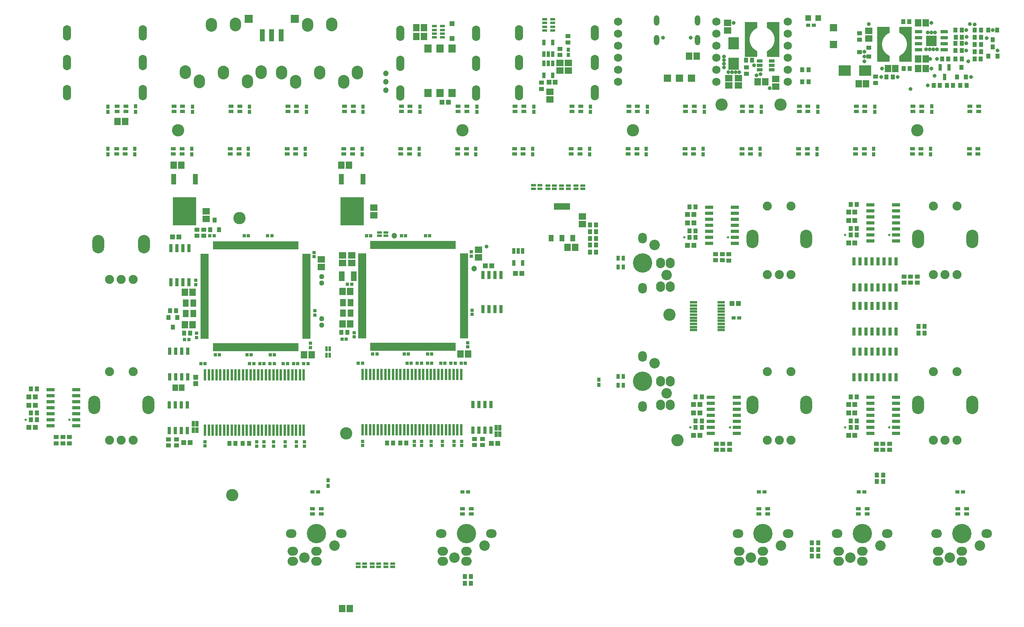
<source format=gts>
G04*
G04 #@! TF.GenerationSoftware,Altium Limited,Altium Designer,24.2.2 (26)*
G04*
G04 Layer_Color=8388736*
%FSLAX25Y25*%
%MOIN*%
G70*
G04*
G04 #@! TF.SameCoordinates,5957EE86-81F1-4C7A-B0E9-50F0B43EC399*
G04*
G04*
G04 #@! TF.FilePolarity,Negative*
G04*
G01*
G75*
%ADD63C,0.00794*%
%ADD64R,0.06109X0.07093*%
%ADD65R,0.03943X0.02172*%
%ADD66R,0.03943X0.04337*%
%ADD67R,0.02762X0.05124*%
%ADD68R,0.04140X0.03747*%
%ADD69R,0.02762X0.03353*%
%ADD70R,0.05912X0.05518*%
%ADD71R,0.03353X0.02762*%
%ADD72R,0.03156X0.03943*%
%ADD73R,0.03943X0.03156*%
%ADD74R,0.05124X0.05124*%
%ADD75R,0.03747X0.04140*%
%ADD76R,0.10046X0.08865*%
%ADD77R,0.03943X0.03550*%
%ADD78R,0.05518X0.05912*%
%ADD79R,0.02600X0.05600*%
%ADD80R,0.03550X0.03943*%
%ADD81R,0.02368X0.27959*%
%ADD82R,0.06404X0.03156*%
%ADD83R,0.08628X0.08628*%
%ADD84R,0.05124X0.02762*%
%ADD85R,0.08865X0.10046*%
%ADD86R,0.02368X0.04337*%
%ADD87R,0.04337X0.02368*%
%ADD88R,0.04337X0.08668*%
%ADD89R,0.19691X0.23432*%
%ADD90R,0.04140X0.05518*%
%ADD91R,0.13195X0.05518*%
%ADD92R,0.07093X0.07093*%
%ADD93R,0.04337X0.10439*%
%ADD94R,0.04140X0.03943*%
%ADD95R,0.04337X0.03943*%
%ADD96R,0.01981X0.06607*%
%ADD97R,0.06607X0.01981*%
%ADD98R,0.02959X0.06896*%
%ADD99R,0.02762X0.02920*%
%ADD100R,0.02920X0.02762*%
%ADD101R,0.05124X0.05912*%
%ADD102R,0.02400X0.09400*%
%ADD103R,0.02959X0.06404*%
%ADD104R,0.02769X0.04737*%
%ADD105R,0.04731X0.07880*%
%ADD106R,0.06502X0.02959*%
%ADD107R,0.06207X0.02172*%
%ADD108R,0.02959X0.06502*%
%ADD109R,0.04737X0.02769*%
%ADD110C,0.04737*%
%ADD111O,0.07487X0.08668*%
%ADD112C,0.08668*%
%ADD113O,0.07093X0.09061*%
%ADD114C,0.16070*%
%ADD115O,0.09061X0.07093*%
%ADD116O,0.08668X0.07487*%
%ADD117O,0.06699X0.12998*%
%ADD118C,0.10243*%
%ADD119C,0.06900*%
%ADD120R,0.06306X0.06306*%
%ADD121O,0.04534X0.08668*%
%ADD122C,0.03156*%
%ADD123C,0.00400*%
%ADD124C,0.04332*%
%ADD125O,0.09849X0.15361*%
%ADD126C,0.07487*%
%ADD127O,0.09400X0.11400*%
%ADD128C,0.03162*%
%ADD129C,0.01975*%
G36*
X1949288Y1316370D02*
X1949326Y1316358D01*
X1949360Y1316340D01*
X1949391Y1316315D01*
X1949416Y1316284D01*
X1949434Y1316250D01*
X1949446Y1316212D01*
X1949450Y1316173D01*
Y1311842D01*
X1949449Y1311835D01*
X1949449Y1311828D01*
X1949447Y1311815D01*
X1949446Y1311803D01*
X1949444Y1311796D01*
X1949442Y1311789D01*
X1949438Y1311777D01*
X1949434Y1311765D01*
X1949431Y1311759D01*
X1949429Y1311752D01*
X1949422Y1311741D01*
X1949416Y1311730D01*
X1949411Y1311725D01*
X1949407Y1311719D01*
X1949399Y1311710D01*
X1949391Y1311700D01*
X1949385Y1311695D01*
X1949380Y1311690D01*
X1949370Y1311683D01*
X1949360Y1311675D01*
X1949354Y1311672D01*
X1949348Y1311667D01*
X1949337Y1311662D01*
X1949326Y1311656D01*
X1949319Y1311654D01*
X1949312Y1311651D01*
X1948176Y1311273D01*
X1947029Y1310125D01*
X1947019Y1310117D01*
X1947010Y1310108D01*
X1947004Y1310105D01*
X1946998Y1310100D01*
X1946987Y1310094D01*
X1946976Y1310087D01*
X1946237Y1309718D01*
X1945479Y1308581D01*
X1945479Y1308581D01*
X1944698Y1307410D01*
X1943923Y1305859D01*
X1943536Y1304699D01*
X1943150Y1303156D01*
Y1301999D01*
D01*
Y1300843D01*
X1943536Y1299300D01*
X1943923Y1298139D01*
X1944698Y1296589D01*
X1945479Y1295418D01*
X1945479Y1295418D01*
X1946237Y1294281D01*
X1946976Y1293911D01*
X1946987Y1293905D01*
X1946998Y1293899D01*
X1947004Y1293894D01*
X1947010Y1293890D01*
X1947019Y1293882D01*
X1947029Y1293874D01*
X1948176Y1292726D01*
X1949312Y1292348D01*
X1949319Y1292345D01*
X1949326Y1292343D01*
X1949337Y1292337D01*
X1949348Y1292332D01*
X1949354Y1292327D01*
X1949360Y1292324D01*
X1949370Y1292316D01*
X1949380Y1292309D01*
X1949385Y1292304D01*
X1949391Y1292299D01*
X1949399Y1292289D01*
X1949407Y1292280D01*
X1949411Y1292274D01*
X1949416Y1292269D01*
X1949422Y1292257D01*
X1949429Y1292247D01*
X1949431Y1292240D01*
X1949434Y1292234D01*
X1949438Y1292222D01*
X1949442Y1292210D01*
X1949444Y1292203D01*
X1949446Y1292196D01*
X1949447Y1292183D01*
X1949449Y1292171D01*
X1949449Y1292164D01*
X1949450Y1292157D01*
Y1287826D01*
X1949446Y1287787D01*
X1949434Y1287749D01*
X1949416Y1287715D01*
X1949391Y1287684D01*
X1949360Y1287659D01*
X1949326Y1287640D01*
X1949288Y1287629D01*
X1949249Y1287625D01*
X1939406D01*
X1939367Y1287629D01*
X1939329Y1287640D01*
X1939294Y1287659D01*
X1939264Y1287684D01*
X1939239Y1287715D01*
X1939220Y1287749D01*
X1939209Y1287787D01*
X1939205Y1287826D01*
Y1301999D01*
D01*
Y1316173D01*
X1939209Y1316212D01*
X1939220Y1316250D01*
X1939239Y1316284D01*
X1939264Y1316315D01*
X1939294Y1316340D01*
X1939329Y1316358D01*
X1939367Y1316370D01*
X1939406Y1316374D01*
X1949249D01*
X1949288Y1316370D01*
D02*
G37*
G36*
X1967792D02*
X1967830Y1316358D01*
X1967864Y1316340D01*
X1967895Y1316315D01*
X1967920Y1316284D01*
X1967938Y1316250D01*
X1967950Y1316212D01*
X1967954Y1316173D01*
Y1301999D01*
D01*
Y1287826D01*
X1967950Y1287787D01*
X1967938Y1287749D01*
X1967920Y1287715D01*
X1967895Y1287684D01*
X1967864Y1287659D01*
X1967830Y1287640D01*
X1967792Y1287629D01*
X1967753Y1287625D01*
X1957910D01*
X1957871Y1287629D01*
X1957833Y1287640D01*
X1957799Y1287659D01*
X1957768Y1287684D01*
X1957743Y1287715D01*
X1957724Y1287749D01*
X1957713Y1287787D01*
X1957709Y1287826D01*
Y1292157D01*
X1957710Y1292164D01*
X1957710Y1292171D01*
X1957712Y1292183D01*
X1957713Y1292196D01*
X1957715Y1292203D01*
X1957716Y1292210D01*
X1957721Y1292222D01*
X1957724Y1292234D01*
X1957728Y1292240D01*
X1957730Y1292247D01*
X1957737Y1292257D01*
X1957743Y1292269D01*
X1957747Y1292274D01*
X1957751Y1292280D01*
X1957760Y1292289D01*
X1957768Y1292299D01*
X1957774Y1292304D01*
X1957778Y1292309D01*
X1957789Y1292316D01*
X1957799Y1292324D01*
X1957805Y1292327D01*
X1957811Y1292332D01*
X1957822Y1292337D01*
X1957833Y1292343D01*
X1957840Y1292345D01*
X1957847Y1292348D01*
X1958983Y1292726D01*
X1960130Y1293874D01*
X1960140Y1293882D01*
X1960149Y1293890D01*
X1960155Y1293894D01*
X1960161Y1293899D01*
X1960172Y1293905D01*
X1960182Y1293911D01*
X1960922Y1294281D01*
X1961680Y1295418D01*
X1961680Y1295418D01*
X1962460Y1296589D01*
X1963236Y1298139D01*
X1963622Y1299300D01*
X1964008Y1300843D01*
Y1301999D01*
D01*
Y1303156D01*
X1963622Y1304699D01*
X1963236Y1305859D01*
X1962460Y1307410D01*
X1961680Y1308581D01*
X1961680Y1308581D01*
X1960922Y1309718D01*
X1960182Y1310087D01*
X1960172Y1310094D01*
X1960161Y1310100D01*
X1960155Y1310105D01*
X1960149Y1310108D01*
X1960140Y1310117D01*
X1960130Y1310125D01*
X1958983Y1311273D01*
X1957847Y1311651D01*
X1957840Y1311654D01*
X1957833Y1311656D01*
X1957822Y1311662D01*
X1957811Y1311667D01*
X1957805Y1311672D01*
X1957799Y1311675D01*
X1957789Y1311683D01*
X1957778Y1311690D01*
X1957774Y1311695D01*
X1957768Y1311700D01*
X1957760Y1311710D01*
X1957751Y1311719D01*
X1957747Y1311725D01*
X1957743Y1311730D01*
X1957737Y1311741D01*
X1957730Y1311752D01*
X1957728Y1311759D01*
X1957724Y1311765D01*
X1957721Y1311777D01*
X1957716Y1311789D01*
X1957715Y1311796D01*
X1957713Y1311803D01*
X1957712Y1311815D01*
X1957710Y1311828D01*
X1957710Y1311835D01*
X1957709Y1311842D01*
Y1316173D01*
X1957713Y1316212D01*
X1957724Y1316250D01*
X1957743Y1316284D01*
X1957768Y1316315D01*
X1957799Y1316340D01*
X1957833Y1316358D01*
X1957871Y1316370D01*
X1957910Y1316374D01*
X1967753D01*
X1967792Y1316370D01*
D02*
G37*
G36*
X2059307Y1312370D02*
X2059345Y1312359D01*
X2059379Y1312340D01*
X2059410Y1312315D01*
X2059435Y1312285D01*
X2059453Y1312250D01*
X2059465Y1312212D01*
X2059469Y1312173D01*
Y1307843D01*
X2059468Y1307835D01*
X2059468Y1307828D01*
X2059466Y1307816D01*
X2059465Y1307803D01*
X2059463Y1307796D01*
X2059462Y1307789D01*
X2059457Y1307778D01*
X2059453Y1307766D01*
X2059450Y1307759D01*
X2059447Y1307753D01*
X2059441Y1307742D01*
X2059435Y1307731D01*
X2059430Y1307725D01*
X2059426Y1307719D01*
X2059418Y1307710D01*
X2059410Y1307700D01*
X2059404Y1307696D01*
X2059399Y1307691D01*
X2059389Y1307683D01*
X2059379Y1307675D01*
X2059373Y1307672D01*
X2059367Y1307668D01*
X2059356Y1307663D01*
X2059345Y1307657D01*
X2059338Y1307655D01*
X2059331Y1307652D01*
X2058195Y1307273D01*
X2057048Y1306126D01*
X2057038Y1306118D01*
X2057029Y1306109D01*
X2057023Y1306105D01*
X2057017Y1306101D01*
X2057006Y1306095D01*
X2056995Y1306088D01*
X2056256Y1305718D01*
X2055498Y1304582D01*
X2055498Y1304581D01*
X2054717Y1303411D01*
X2053942Y1301860D01*
X2053555Y1300700D01*
X2053169Y1299156D01*
Y1298000D01*
D01*
Y1296844D01*
X2053555Y1295300D01*
X2053942Y1294140D01*
X2054717Y1292589D01*
X2055498Y1291419D01*
X2055498Y1291418D01*
X2056256Y1290282D01*
X2056995Y1289912D01*
X2057006Y1289905D01*
X2057017Y1289899D01*
X2057023Y1289895D01*
X2057029Y1289891D01*
X2057038Y1289882D01*
X2057048Y1289874D01*
X2058195Y1288727D01*
X2059331Y1288348D01*
X2059338Y1288345D01*
X2059345Y1288343D01*
X2059356Y1288337D01*
X2059367Y1288332D01*
X2059373Y1288328D01*
X2059379Y1288325D01*
X2059389Y1288317D01*
X2059399Y1288309D01*
X2059404Y1288304D01*
X2059410Y1288300D01*
X2059418Y1288290D01*
X2059426Y1288281D01*
X2059430Y1288275D01*
X2059435Y1288269D01*
X2059441Y1288258D01*
X2059447Y1288247D01*
X2059450Y1288241D01*
X2059453Y1288234D01*
X2059457Y1288222D01*
X2059462Y1288211D01*
X2059463Y1288204D01*
X2059465Y1288197D01*
X2059466Y1288184D01*
X2059468Y1288172D01*
X2059468Y1288165D01*
X2059469Y1288157D01*
Y1283827D01*
X2059465Y1283788D01*
X2059453Y1283750D01*
X2059435Y1283715D01*
X2059410Y1283685D01*
X2059379Y1283660D01*
X2059345Y1283641D01*
X2059307Y1283630D01*
X2059268Y1283626D01*
X2049425D01*
X2049386Y1283630D01*
X2049348Y1283641D01*
X2049314Y1283660D01*
X2049283Y1283685D01*
X2049258Y1283715D01*
X2049240Y1283750D01*
X2049228Y1283788D01*
X2049224Y1283827D01*
Y1298000D01*
D01*
Y1312173D01*
X2049228Y1312212D01*
X2049240Y1312250D01*
X2049258Y1312285D01*
X2049283Y1312315D01*
X2049314Y1312340D01*
X2049348Y1312359D01*
X2049386Y1312370D01*
X2049425Y1312374D01*
X2059268D01*
X2059307Y1312370D01*
D02*
G37*
G36*
X2077811D02*
X2077849Y1312359D01*
X2077883Y1312340D01*
X2077914Y1312315D01*
X2077939Y1312285D01*
X2077957Y1312250D01*
X2077969Y1312212D01*
X2077973Y1312173D01*
Y1298000D01*
D01*
Y1283827D01*
X2077969Y1283788D01*
X2077957Y1283750D01*
X2077939Y1283715D01*
X2077914Y1283685D01*
X2077883Y1283660D01*
X2077849Y1283641D01*
X2077811Y1283630D01*
X2077772Y1283626D01*
X2067929D01*
X2067890Y1283630D01*
X2067852Y1283641D01*
X2067817Y1283660D01*
X2067787Y1283685D01*
X2067762Y1283715D01*
X2067743Y1283750D01*
X2067732Y1283788D01*
X2067728Y1283827D01*
Y1288157D01*
X2067729Y1288165D01*
X2067729Y1288172D01*
X2067731Y1288184D01*
X2067732Y1288197D01*
X2067734Y1288204D01*
X2067735Y1288211D01*
X2067740Y1288222D01*
X2067743Y1288234D01*
X2067747Y1288241D01*
X2067749Y1288247D01*
X2067756Y1288258D01*
X2067762Y1288269D01*
X2067767Y1288275D01*
X2067770Y1288281D01*
X2067779Y1288290D01*
X2067787Y1288300D01*
X2067793Y1288304D01*
X2067797Y1288309D01*
X2067808Y1288317D01*
X2067817Y1288325D01*
X2067824Y1288328D01*
X2067830Y1288332D01*
X2067841Y1288337D01*
X2067852Y1288343D01*
X2067859Y1288345D01*
X2067866Y1288348D01*
X2069002Y1288727D01*
X2070149Y1289874D01*
X2070159Y1289882D01*
X2070168Y1289891D01*
X2070174Y1289895D01*
X2070180Y1289899D01*
X2070191Y1289905D01*
X2070201Y1289912D01*
X2070941Y1290282D01*
X2071699Y1291418D01*
X2071699Y1291419D01*
X2072479Y1292589D01*
X2073255Y1294140D01*
X2073642Y1295300D01*
X2074027Y1296844D01*
Y1298000D01*
D01*
Y1299156D01*
X2073642Y1300700D01*
X2073255Y1301860D01*
X2072479Y1303411D01*
X2071699Y1304581D01*
X2071699Y1304582D01*
X2070941Y1305718D01*
X2070201Y1306088D01*
X2070191Y1306095D01*
X2070180Y1306101D01*
X2070174Y1306105D01*
X2070168Y1306109D01*
X2070159Y1306118D01*
X2070149Y1306126D01*
X2069002Y1307273D01*
X2067866Y1307652D01*
X2067859Y1307655D01*
X2067852Y1307657D01*
X2067841Y1307663D01*
X2067830Y1307668D01*
X2067824Y1307672D01*
X2067817Y1307675D01*
X2067808Y1307683D01*
X2067797Y1307691D01*
X2067793Y1307696D01*
X2067787Y1307700D01*
X2067779Y1307710D01*
X2067770Y1307719D01*
X2067767Y1307725D01*
X2067762Y1307731D01*
X2067756Y1307742D01*
X2067749Y1307753D01*
X2067747Y1307759D01*
X2067743Y1307766D01*
X2067740Y1307778D01*
X2067735Y1307789D01*
X2067734Y1307796D01*
X2067732Y1307803D01*
X2067731Y1307816D01*
X2067729Y1307828D01*
X2067729Y1307835D01*
X2067728Y1307843D01*
Y1312173D01*
X2067732Y1312212D01*
X2067743Y1312250D01*
X2067762Y1312285D01*
X2067787Y1312315D01*
X2067817Y1312340D01*
X2067852Y1312359D01*
X2067890Y1312370D01*
X2067929Y1312374D01*
X2077772D01*
X2077811Y1312370D01*
D02*
G37*
D63*
X2052845Y1298000D02*
G03*
X2059268Y1288157I10753J0D01*
G01*
Y1307843D02*
G03*
X2052845Y1298000I4331J-9843D01*
G01*
X2074352D02*
G03*
X2067929Y1307843I-10753J0D01*
G01*
Y1288157D02*
G03*
X2074352Y1298000I-4331J9843D01*
G01*
X1942826Y1301999D02*
G03*
X1949249Y1292157I10753J0D01*
G01*
Y1311842D02*
G03*
X1942826Y1301999I4331J-9843D01*
G01*
X1964333D02*
G03*
X1957910Y1311842I-10753J0D01*
G01*
Y1292157D02*
G03*
X1964333Y1301999I-4331J9843D01*
G01*
X2059268Y1284024D02*
Y1288157D01*
Y1307843D02*
Y1311976D01*
X2067929Y1307843D02*
Y1311976D01*
Y1284024D02*
Y1288157D01*
X1949249Y1288023D02*
Y1292157D01*
Y1311842D02*
Y1315976D01*
X1957910Y1311842D02*
Y1315976D01*
Y1288023D02*
Y1292157D01*
D64*
X1696000Y1257496D02*
D03*
X1686000D02*
D03*
X1676000D02*
D03*
Y1294504D02*
D03*
X1686000D02*
D03*
X1696000D02*
D03*
D65*
X1779587Y1312527D02*
D03*
X1779587Y1309378D02*
D03*
Y1318827D02*
D03*
Y1315677D02*
D03*
X1772894Y1315677D02*
D03*
Y1318827D02*
D03*
Y1309378D02*
D03*
X1772894Y1312527D02*
D03*
X1681307Y1306850D02*
D03*
Y1303701D02*
D03*
Y1313150D02*
D03*
Y1310000D02*
D03*
X1688000D02*
D03*
Y1313150D02*
D03*
Y1303701D02*
D03*
Y1306850D02*
D03*
D66*
X1687588Y1249747D02*
D03*
X1692903Y1249747D02*
D03*
X1776425Y1266602D02*
D03*
X1781740D02*
D03*
X1473000Y966882D02*
D03*
X1478315D02*
D03*
X1349508Y1004882D02*
D03*
X1344193D02*
D03*
X2030736Y998382D02*
D03*
X2025421D02*
D03*
X1902008D02*
D03*
X1896693D02*
D03*
X2030736Y1158382D02*
D03*
X2025421D02*
D03*
X1896779Y1156382D02*
D03*
X1891464D02*
D03*
X1349508Y979382D02*
D03*
X1344193D02*
D03*
X2030736Y972882D02*
D03*
X2025421D02*
D03*
X1902008D02*
D03*
X1896693D02*
D03*
X2030736Y1132882D02*
D03*
X2025421D02*
D03*
X1896779Y1130882D02*
D03*
X1891464D02*
D03*
X1349508Y997882D02*
D03*
X1344193D02*
D03*
X2030736Y991382D02*
D03*
X2025421D02*
D03*
X1902008D02*
D03*
X1896693D02*
D03*
X2030736Y1151382D02*
D03*
X2025421D02*
D03*
X1896779Y1149382D02*
D03*
X1891464D02*
D03*
X1934008Y1082382D02*
D03*
X1928693D02*
D03*
X1734016Y966220D02*
D03*
X1728701D02*
D03*
X1468807Y1137882D02*
D03*
X1463492D02*
D03*
X1728807Y1113882D02*
D03*
X1723492D02*
D03*
X1753847Y1107673D02*
D03*
X1748532D02*
D03*
D67*
X1772260Y1299602D02*
D03*
X1779740D02*
D03*
Y1289760D02*
D03*
X1776000Y1289760D02*
D03*
X1772260Y1289760D02*
D03*
X1779740Y1282102D02*
D03*
X1776000D02*
D03*
X1772260D02*
D03*
Y1272260D02*
D03*
X1779740D02*
D03*
X1754579Y1116252D02*
D03*
X1747098Y1116252D02*
D03*
Y1126095D02*
D03*
X1750839D02*
D03*
X1754579Y1126095D02*
D03*
D68*
X1792240Y1299602D02*
D03*
Y1304720D02*
D03*
X1785740Y1289102D02*
D03*
Y1294221D02*
D03*
X1770260Y1260984D02*
D03*
Y1266102D02*
D03*
X2047902Y1266000D02*
D03*
Y1271118D02*
D03*
X2034433Y1307087D02*
D03*
Y1301968D02*
D03*
X1940504Y1278717D02*
D03*
Y1273598D02*
D03*
X1489500Y1138764D02*
D03*
Y1143882D02*
D03*
X1484000D02*
D03*
Y1138764D02*
D03*
X1721209Y964843D02*
D03*
Y969961D02*
D03*
X1714709Y964721D02*
D03*
Y969839D02*
D03*
X2059500Y966000D02*
D03*
Y960882D02*
D03*
X1926500Y965941D02*
D03*
Y960823D02*
D03*
X1378000Y971441D02*
D03*
Y966323D02*
D03*
X2048500Y966000D02*
D03*
Y960882D02*
D03*
X1915500Y965941D02*
D03*
X1915500Y960823D02*
D03*
X1367000Y971441D02*
D03*
Y966323D02*
D03*
X2054000Y966000D02*
D03*
Y960882D02*
D03*
X1921000Y965941D02*
D03*
Y960823D02*
D03*
X1372500Y971441D02*
D03*
Y966323D02*
D03*
X2071500Y1105000D02*
D03*
Y1099882D02*
D03*
X1926000Y1123441D02*
D03*
Y1118323D02*
D03*
X2077000Y1105000D02*
D03*
Y1099882D02*
D03*
X1915000Y1123500D02*
D03*
Y1118382D02*
D03*
X2082500Y1105000D02*
D03*
Y1099882D02*
D03*
X1920500Y1123500D02*
D03*
Y1118382D02*
D03*
X1460333Y964408D02*
D03*
Y969526D02*
D03*
X1466833Y964408D02*
D03*
Y969526D02*
D03*
D69*
X1792740Y1289102D02*
D03*
Y1293630D02*
D03*
X1593000Y931000D02*
D03*
Y935528D02*
D03*
X1818000Y1019264D02*
D03*
Y1014736D02*
D03*
X2046380Y1211025D02*
D03*
Y1206497D02*
D03*
X2093624Y1211025D02*
D03*
Y1206497D02*
D03*
X1904648Y1211025D02*
D03*
Y1206497D02*
D03*
X1951892Y1211025D02*
D03*
Y1206497D02*
D03*
X1999136Y1211025D02*
D03*
Y1206497D02*
D03*
X1857404Y1211025D02*
D03*
Y1206497D02*
D03*
X1526695Y1211025D02*
D03*
Y1206497D02*
D03*
X1479451Y1211025D02*
D03*
Y1206497D02*
D03*
X1573939Y1211025D02*
D03*
Y1206497D02*
D03*
X1621183Y1211025D02*
D03*
Y1206497D02*
D03*
X1715672Y1211025D02*
D03*
Y1206497D02*
D03*
X1668427Y1211025D02*
D03*
Y1206497D02*
D03*
X1432207Y1211025D02*
D03*
Y1206497D02*
D03*
X1810160Y1211025D02*
D03*
Y1206497D02*
D03*
X1762916Y1211025D02*
D03*
Y1206497D02*
D03*
X1409800Y1211100D02*
D03*
Y1206572D02*
D03*
X1574803Y1241795D02*
D03*
Y1246323D02*
D03*
X1527559Y1241795D02*
D03*
Y1246323D02*
D03*
X1410000Y1241736D02*
D03*
Y1246264D02*
D03*
X1433071Y1241831D02*
D03*
Y1246358D02*
D03*
X1480315Y1241795D02*
D03*
Y1246323D02*
D03*
X1858268Y1241795D02*
D03*
Y1246323D02*
D03*
X1905512Y1241795D02*
D03*
Y1246323D02*
D03*
X2094488Y1241831D02*
D03*
Y1246358D02*
D03*
X1952756Y1241795D02*
D03*
Y1246323D02*
D03*
X2000000Y1241795D02*
D03*
Y1246323D02*
D03*
X2047244Y1241795D02*
D03*
Y1246323D02*
D03*
X1622047Y1241795D02*
D03*
Y1246323D02*
D03*
X1716535Y1241795D02*
D03*
Y1246323D02*
D03*
X1763779Y1241795D02*
D03*
Y1246323D02*
D03*
X1811024Y1241795D02*
D03*
Y1246323D02*
D03*
X1669291Y1241795D02*
D03*
Y1246323D02*
D03*
D70*
X1785740Y1276303D02*
D03*
Y1282602D02*
D03*
X1792740Y1276303D02*
D03*
Y1282602D02*
D03*
X1777260Y1252303D02*
D03*
X1777260Y1258602D02*
D03*
X2042402Y1309299D02*
D03*
Y1303000D02*
D03*
X1933981Y1263700D02*
D03*
Y1269999D02*
D03*
X1925981Y1263700D02*
D03*
Y1269999D02*
D03*
X1924981Y1315799D02*
D03*
Y1309499D02*
D03*
X1965000Y1263000D02*
D03*
Y1269299D02*
D03*
X1804240Y1154870D02*
D03*
Y1148571D02*
D03*
X1491500Y1159181D02*
D03*
Y1152882D02*
D03*
X1718000Y1120732D02*
D03*
Y1127032D02*
D03*
X1605036Y1122584D02*
D03*
Y1116285D02*
D03*
X1612709Y1116220D02*
D03*
Y1122520D02*
D03*
X1631000Y1155882D02*
D03*
Y1162181D02*
D03*
X1587333Y1119176D02*
D03*
Y1112876D02*
D03*
D71*
X2120527Y926000D02*
D03*
X2116000D02*
D03*
X2038527D02*
D03*
X2034000D02*
D03*
X1955527D02*
D03*
X1951000D02*
D03*
X1709264D02*
D03*
X1704736D02*
D03*
X1584527D02*
D03*
X1580000D02*
D03*
X1992000Y1314000D02*
D03*
X1996528D02*
D03*
X1929944Y1070438D02*
D03*
X1934472D02*
D03*
D72*
X1833765Y1120077D02*
D03*
X1838096D02*
D03*
Y1112872D02*
D03*
X1833765D02*
D03*
Y1014613D02*
D03*
X1838096D02*
D03*
Y1021818D02*
D03*
X1833765D02*
D03*
D73*
X1704597Y911681D02*
D03*
Y907350D02*
D03*
X1711802D02*
D03*
Y911681D02*
D03*
X1579929D02*
D03*
Y907350D02*
D03*
X1587134D02*
D03*
Y911681D02*
D03*
X2116241D02*
D03*
Y907350D02*
D03*
X2123446D02*
D03*
Y911681D02*
D03*
X2033564D02*
D03*
Y907350D02*
D03*
X2040769D02*
D03*
Y911681D02*
D03*
X1951052D02*
D03*
Y907350D02*
D03*
X1958257D02*
D03*
Y911681D02*
D03*
X2031265Y1206729D02*
D03*
Y1211060D02*
D03*
X2038470Y1211060D02*
D03*
X2038470Y1206729D02*
D03*
X2125753Y1206729D02*
D03*
Y1211060D02*
D03*
X2132958Y1211060D02*
D03*
X2132958Y1206729D02*
D03*
X2078509Y1206729D02*
D03*
Y1211060D02*
D03*
X2085714D02*
D03*
Y1206729D02*
D03*
X1889532Y1206729D02*
D03*
Y1211060D02*
D03*
X1896737Y1211060D02*
D03*
X1896737Y1206729D02*
D03*
X1936777D02*
D03*
Y1211060D02*
D03*
X1943982D02*
D03*
X1943982Y1206729D02*
D03*
X1984021D02*
D03*
Y1211060D02*
D03*
X1991226Y1211060D02*
D03*
X1991226Y1206729D02*
D03*
X1842288Y1206729D02*
D03*
Y1211060D02*
D03*
X1849493D02*
D03*
Y1206729D02*
D03*
X1747800Y1206729D02*
D03*
Y1211060D02*
D03*
X1755005Y1211060D02*
D03*
X1755005Y1206729D02*
D03*
X1511580Y1206729D02*
D03*
Y1211060D02*
D03*
X1518785D02*
D03*
X1518785Y1206729D02*
D03*
X1558824D02*
D03*
Y1211060D02*
D03*
X1566029Y1211060D02*
D03*
X1566029Y1206729D02*
D03*
X1700556D02*
D03*
Y1211060D02*
D03*
X1707761D02*
D03*
X1707761Y1206729D02*
D03*
X1653312Y1206729D02*
D03*
Y1211060D02*
D03*
X1660517D02*
D03*
Y1206729D02*
D03*
X1606068Y1206729D02*
D03*
Y1211060D02*
D03*
X1613273D02*
D03*
X1613273Y1206729D02*
D03*
X1417092D02*
D03*
Y1211060D02*
D03*
X1424297D02*
D03*
X1424297Y1206729D02*
D03*
X1795044D02*
D03*
Y1211060D02*
D03*
X1802249Y1211060D02*
D03*
X1802249Y1206729D02*
D03*
X1464336Y1206729D02*
D03*
Y1211060D02*
D03*
X1471541D02*
D03*
Y1206729D02*
D03*
X1984540Y1242134D02*
D03*
Y1246465D02*
D03*
X1991745D02*
D03*
Y1242134D02*
D03*
X1559515Y1242098D02*
D03*
Y1246429D02*
D03*
X1566720D02*
D03*
Y1242098D02*
D03*
X1606587Y1242134D02*
D03*
Y1246465D02*
D03*
X1613792D02*
D03*
Y1242134D02*
D03*
X1512271Y1242098D02*
D03*
Y1246429D02*
D03*
X1519476D02*
D03*
Y1242098D02*
D03*
X1417611Y1242134D02*
D03*
Y1246465D02*
D03*
X1424816D02*
D03*
Y1242134D02*
D03*
X1464855D02*
D03*
Y1246465D02*
D03*
X1472060D02*
D03*
Y1242134D02*
D03*
X1937296D02*
D03*
Y1246465D02*
D03*
X1944501D02*
D03*
Y1242134D02*
D03*
X1890052D02*
D03*
Y1246465D02*
D03*
X1897257D02*
D03*
Y1242134D02*
D03*
X2126273D02*
D03*
Y1246465D02*
D03*
X2133478D02*
D03*
Y1242134D02*
D03*
X2031784D02*
D03*
Y1246465D02*
D03*
X2038989D02*
D03*
Y1242134D02*
D03*
X2079028D02*
D03*
Y1246465D02*
D03*
X2086233D02*
D03*
Y1242134D02*
D03*
X1653831D02*
D03*
Y1246465D02*
D03*
X1661036D02*
D03*
Y1242134D02*
D03*
X1748320D02*
D03*
Y1246465D02*
D03*
X1755525D02*
D03*
Y1242134D02*
D03*
X1701076D02*
D03*
Y1246465D02*
D03*
X1708281D02*
D03*
Y1242134D02*
D03*
X1795564D02*
D03*
Y1246465D02*
D03*
X1802769D02*
D03*
Y1242134D02*
D03*
X1842808D02*
D03*
Y1246465D02*
D03*
X1850013D02*
D03*
Y1242134D02*
D03*
D74*
X1991866Y1320000D02*
D03*
X2000134D02*
D03*
D75*
X1992118Y1277000D02*
D03*
X1987000D02*
D03*
X1992118Y1267000D02*
D03*
X1987000D02*
D03*
X2130402Y1310000D02*
D03*
X2135520D02*
D03*
X2062147Y1270873D02*
D03*
X2057029D02*
D03*
X2108339Y1285937D02*
D03*
X2103221D02*
D03*
X2119457Y1285937D02*
D03*
X2114339D02*
D03*
X2107220Y1263937D02*
D03*
X2112339D02*
D03*
X2118339Y1263937D02*
D03*
X2123457D02*
D03*
X2096221Y1263937D02*
D03*
X2101339D02*
D03*
X2114402Y1299000D02*
D03*
X2119520D02*
D03*
X2075961Y1317000D02*
D03*
X2070843D02*
D03*
X2071283Y1278000D02*
D03*
X2076402D02*
D03*
X2119520Y1310000D02*
D03*
X2114402D02*
D03*
X2114441Y1304000D02*
D03*
X2119559D02*
D03*
X2114402Y1293000D02*
D03*
X2119520D02*
D03*
X2135520Y1292000D02*
D03*
X2130402D02*
D03*
X2135520Y1298000D02*
D03*
X2130402D02*
D03*
X2135520Y1304000D02*
D03*
X2130402D02*
D03*
X2130283Y1286000D02*
D03*
X2135402D02*
D03*
X1945346Y1284861D02*
D03*
X1940228D02*
D03*
X1461441Y1076382D02*
D03*
X1466559D02*
D03*
X1810542Y1125198D02*
D03*
X1815660Y1125198D02*
D03*
Y1147698D02*
D03*
X1810542D02*
D03*
Y1142032D02*
D03*
X1815660D02*
D03*
X1810542Y1136532D02*
D03*
X1815660D02*
D03*
X1810542Y1131032D02*
D03*
X1815660D02*
D03*
X1603941Y1058382D02*
D03*
X1609059D02*
D03*
X1658000Y966382D02*
D03*
X1652882D02*
D03*
X1641764D02*
D03*
X1646882D02*
D03*
X2088618Y1063382D02*
D03*
X2083500D02*
D03*
X2088618Y1057882D02*
D03*
X2083500D02*
D03*
X1903500Y1004882D02*
D03*
X1898382D02*
D03*
X1903500Y984882D02*
D03*
X1898382D02*
D03*
X1903500Y979382D02*
D03*
X1898382D02*
D03*
X2054118Y934382D02*
D03*
X2049000D02*
D03*
X1995000Y872382D02*
D03*
X2000118D02*
D03*
X1995000Y877882D02*
D03*
X2000118D02*
D03*
X1995000Y883382D02*
D03*
X2000118D02*
D03*
X2054118Y939882D02*
D03*
X2049000D02*
D03*
X1711559Y849882D02*
D03*
X1706441D02*
D03*
X1711559Y855382D02*
D03*
X1706441D02*
D03*
X1345882Y991382D02*
D03*
X1351000D02*
D03*
X1345882Y985882D02*
D03*
X1351000D02*
D03*
X1345882Y1011382D02*
D03*
X1351000D02*
D03*
X2027110Y984882D02*
D03*
X2032228D02*
D03*
X2027110Y979382D02*
D03*
X2032228D02*
D03*
X2027110Y1004882D02*
D03*
X2032228D02*
D03*
X2027110Y1144882D02*
D03*
X2032228D02*
D03*
X2027110Y1139382D02*
D03*
X2032228D02*
D03*
X2027110Y1164882D02*
D03*
X2032228D02*
D03*
X1893153Y1142882D02*
D03*
X1898272D02*
D03*
X1893153Y1137382D02*
D03*
X1898272D02*
D03*
X1893153Y1162882D02*
D03*
X1898272D02*
D03*
X1527176Y966061D02*
D03*
X1522058D02*
D03*
X1473117Y1057963D02*
D03*
X1478235D02*
D03*
X1516058Y966160D02*
D03*
X1510940D02*
D03*
D76*
X2039202Y1276210D02*
D03*
X2022272D02*
D03*
D77*
X2042339Y1287760D02*
D03*
Y1295240D02*
D03*
X2034464Y1291500D02*
D03*
D78*
X2040051Y1265098D02*
D03*
X2033752D02*
D03*
X2089701Y1278000D02*
D03*
X2083402D02*
D03*
X2089701Y1286000D02*
D03*
X2083402D02*
D03*
X2089701Y1316000D02*
D03*
X2083402D02*
D03*
X2058102Y1278000D02*
D03*
X2064402D02*
D03*
X1949981Y1266999D02*
D03*
X1956280D02*
D03*
X1899110Y1288331D02*
D03*
X1892811D02*
D03*
X1424299Y1234000D02*
D03*
X1418000D02*
D03*
X1464500Y1197382D02*
D03*
X1470799D02*
D03*
X1798142Y1129071D02*
D03*
X1791842Y1129071D02*
D03*
X1610799Y828882D02*
D03*
X1604500D02*
D03*
X1666201Y1312000D02*
D03*
X1672500D02*
D03*
X1666201Y1304500D02*
D03*
X1672500D02*
D03*
X1604850Y1092382D02*
D03*
X1611150D02*
D03*
Y1065382D02*
D03*
X1604850D02*
D03*
X1702850Y1040382D02*
D03*
X1709150D02*
D03*
X1604000Y1197382D02*
D03*
X1610299D02*
D03*
X1573026Y1039963D02*
D03*
X1579326D02*
D03*
X1473816Y1091969D02*
D03*
X1480115D02*
D03*
X1480161Y1064975D02*
D03*
X1473862D02*
D03*
D79*
X2105339Y1270937D02*
D03*
X2101739Y1278937D02*
D03*
X2108939D02*
D03*
D80*
X2115598Y1271000D02*
D03*
X2123079D02*
D03*
X2119339Y1278874D02*
D03*
X2141661Y1288126D02*
D03*
X2149142D02*
D03*
X2145402Y1296000D02*
D03*
X2148929Y1309874D02*
D03*
X2141449D02*
D03*
X2145189Y1302000D02*
D03*
X1494760Y1143945D02*
D03*
X1502240D02*
D03*
X1498500Y1151819D02*
D03*
X1467740Y1070819D02*
D03*
X1460260D02*
D03*
X1464000Y1062945D02*
D03*
D81*
X2051197Y1298000D02*
D03*
X2076000D02*
D03*
X1941178Y1301999D02*
D03*
X1965981D02*
D03*
D82*
X2105079Y1293500D02*
D03*
Y1298500D02*
D03*
Y1303500D02*
D03*
Y1308500D02*
D03*
X2083724D02*
D03*
Y1303500D02*
D03*
Y1298500D02*
D03*
Y1293500D02*
D03*
D83*
X2094402Y1301000D02*
D03*
D84*
X1951638Y1284181D02*
D03*
Y1280440D02*
D03*
Y1276700D02*
D03*
X1961481D02*
D03*
Y1280440D02*
D03*
Y1284181D02*
D03*
D85*
X1929981Y1298929D02*
D03*
Y1281999D02*
D03*
D86*
X1591500Y1044894D02*
D03*
X1594256D02*
D03*
X1591500Y1039382D02*
D03*
X1594256D02*
D03*
D87*
X1775500Y1177882D02*
D03*
Y1180638D02*
D03*
X1781012Y1177882D02*
D03*
Y1180638D02*
D03*
X1763488Y1178004D02*
D03*
Y1180760D02*
D03*
X1769000Y1178004D02*
D03*
Y1180760D02*
D03*
X1787000Y1177882D02*
D03*
Y1180638D02*
D03*
X1792512Y1177882D02*
D03*
Y1180638D02*
D03*
X1799000Y1177882D02*
D03*
Y1180638D02*
D03*
X1804512Y1177882D02*
D03*
Y1180638D02*
D03*
X1635000Y866260D02*
D03*
Y863504D02*
D03*
X1629488Y866260D02*
D03*
Y863504D02*
D03*
X1646512Y866260D02*
D03*
X1646512Y863504D02*
D03*
X1641000Y866260D02*
D03*
X1641000Y863504D02*
D03*
X1617866Y866272D02*
D03*
Y863516D02*
D03*
X1623378Y866272D02*
D03*
Y863516D02*
D03*
X1641000Y1138882D02*
D03*
X1641000Y1141638D02*
D03*
X1635488Y1138882D02*
D03*
Y1141638D02*
D03*
D88*
X1482453Y1185882D02*
D03*
X1464500D02*
D03*
X1621953Y1185882D02*
D03*
X1604000Y1185882D02*
D03*
D89*
X1473476Y1159110D02*
D03*
X1612976Y1159110D02*
D03*
D90*
X1778126Y1136882D02*
D03*
X1787142Y1136882D02*
D03*
X1796157Y1136882D02*
D03*
D91*
X1787142Y1163260D02*
D03*
D92*
X1526775Y1319050D02*
D03*
X1565358D02*
D03*
D93*
X1553940Y1305369D02*
D03*
X1546066D02*
D03*
X1538192D02*
D03*
D94*
X1696000Y1315201D02*
D03*
Y1302799D02*
D03*
D95*
X1482833Y1015868D02*
D03*
Y1021183D02*
D03*
D96*
X1498227Y1130739D02*
D03*
X1500196D02*
D03*
X1502164D02*
D03*
X1504133D02*
D03*
X1506101D02*
D03*
X1508070D02*
D03*
X1510038D02*
D03*
X1512007D02*
D03*
X1513975D02*
D03*
X1515944D02*
D03*
X1517912D02*
D03*
X1519881D02*
D03*
X1521849D02*
D03*
X1523818D02*
D03*
X1525786D02*
D03*
X1527755D02*
D03*
X1529723D02*
D03*
X1531692D02*
D03*
X1533660D02*
D03*
X1535629D02*
D03*
X1537597D02*
D03*
X1539566D02*
D03*
X1541534D02*
D03*
X1543503D02*
D03*
X1545471D02*
D03*
X1547440D02*
D03*
X1549408D02*
D03*
X1551377D02*
D03*
X1553345D02*
D03*
X1555314D02*
D03*
X1557282D02*
D03*
X1559251D02*
D03*
X1561219D02*
D03*
X1563188D02*
D03*
X1565156D02*
D03*
X1567125D02*
D03*
Y1046187D02*
D03*
X1565156D02*
D03*
X1563188D02*
D03*
X1561219D02*
D03*
X1559251D02*
D03*
X1557282D02*
D03*
X1555314D02*
D03*
X1553345D02*
D03*
X1551377D02*
D03*
X1549408D02*
D03*
X1547440D02*
D03*
X1545471D02*
D03*
X1543503D02*
D03*
X1541534D02*
D03*
X1539566D02*
D03*
X1537597D02*
D03*
X1535629D02*
D03*
X1533660D02*
D03*
X1531692D02*
D03*
X1529723D02*
D03*
X1527755D02*
D03*
X1525786D02*
D03*
X1523818D02*
D03*
X1521849D02*
D03*
X1519881D02*
D03*
X1517912D02*
D03*
X1515944D02*
D03*
X1513975D02*
D03*
X1512007D02*
D03*
X1510038D02*
D03*
X1508070D02*
D03*
X1506101D02*
D03*
X1504133D02*
D03*
X1502164D02*
D03*
X1500196D02*
D03*
X1498227D02*
D03*
X1629051Y1131157D02*
D03*
X1631020D02*
D03*
X1632988D02*
D03*
X1634957D02*
D03*
X1636925D02*
D03*
X1638894D02*
D03*
X1640862D02*
D03*
X1642831D02*
D03*
X1644799D02*
D03*
X1646768D02*
D03*
X1648736D02*
D03*
X1650705D02*
D03*
X1652673D02*
D03*
X1654642D02*
D03*
X1656610D02*
D03*
X1658579D02*
D03*
X1660547D02*
D03*
X1662516D02*
D03*
X1664484D02*
D03*
X1666453D02*
D03*
X1668421D02*
D03*
X1670390D02*
D03*
X1672358D02*
D03*
X1674327D02*
D03*
X1676295D02*
D03*
X1678264D02*
D03*
X1680232D02*
D03*
X1682201D02*
D03*
X1684169D02*
D03*
X1686138D02*
D03*
X1688106D02*
D03*
X1690075D02*
D03*
X1692043D02*
D03*
X1694012D02*
D03*
X1695980D02*
D03*
X1697949D02*
D03*
Y1046606D02*
D03*
X1695980D02*
D03*
X1694012D02*
D03*
X1692043D02*
D03*
X1690075D02*
D03*
X1688106D02*
D03*
X1686138D02*
D03*
X1684169D02*
D03*
X1682201D02*
D03*
X1680232D02*
D03*
X1678264D02*
D03*
X1676295D02*
D03*
X1674327D02*
D03*
X1672358D02*
D03*
X1670390D02*
D03*
X1668421D02*
D03*
X1666453D02*
D03*
X1664484D02*
D03*
X1662516D02*
D03*
X1660547D02*
D03*
X1658579D02*
D03*
X1656610D02*
D03*
X1654642D02*
D03*
X1652673D02*
D03*
X1650705D02*
D03*
X1648736D02*
D03*
X1646768D02*
D03*
X1644799D02*
D03*
X1642831D02*
D03*
X1640862D02*
D03*
X1638894D02*
D03*
X1636925D02*
D03*
X1634957D02*
D03*
X1632988D02*
D03*
X1631020D02*
D03*
X1629051D02*
D03*
D97*
X1574952Y1122912D02*
D03*
Y1120943D02*
D03*
Y1118975D02*
D03*
Y1117006D02*
D03*
Y1115038D02*
D03*
Y1113069D02*
D03*
Y1111101D02*
D03*
Y1109132D02*
D03*
Y1107164D02*
D03*
Y1105195D02*
D03*
Y1103227D02*
D03*
Y1101258D02*
D03*
Y1099290D02*
D03*
Y1097321D02*
D03*
Y1095353D02*
D03*
Y1093384D02*
D03*
Y1091416D02*
D03*
Y1089447D02*
D03*
Y1087479D02*
D03*
Y1085510D02*
D03*
Y1083542D02*
D03*
Y1081573D02*
D03*
Y1079605D02*
D03*
Y1077636D02*
D03*
Y1075668D02*
D03*
Y1073699D02*
D03*
Y1071731D02*
D03*
Y1069762D02*
D03*
Y1067794D02*
D03*
Y1065825D02*
D03*
Y1063857D02*
D03*
Y1061888D02*
D03*
Y1059920D02*
D03*
Y1057951D02*
D03*
Y1055983D02*
D03*
Y1054014D02*
D03*
X1490400D02*
D03*
Y1055983D02*
D03*
Y1057951D02*
D03*
Y1059920D02*
D03*
Y1061888D02*
D03*
Y1063857D02*
D03*
Y1065825D02*
D03*
Y1067794D02*
D03*
Y1069762D02*
D03*
Y1071731D02*
D03*
Y1073699D02*
D03*
Y1075668D02*
D03*
Y1077636D02*
D03*
Y1079605D02*
D03*
Y1081573D02*
D03*
Y1083542D02*
D03*
Y1085510D02*
D03*
Y1087479D02*
D03*
Y1089447D02*
D03*
Y1091416D02*
D03*
Y1093384D02*
D03*
Y1095353D02*
D03*
Y1097321D02*
D03*
Y1099290D02*
D03*
Y1101258D02*
D03*
Y1103227D02*
D03*
Y1105195D02*
D03*
Y1107164D02*
D03*
Y1109132D02*
D03*
Y1111101D02*
D03*
Y1113069D02*
D03*
Y1115038D02*
D03*
Y1117006D02*
D03*
Y1118975D02*
D03*
Y1120943D02*
D03*
Y1122912D02*
D03*
X1705776Y1123331D02*
D03*
Y1121362D02*
D03*
Y1119394D02*
D03*
Y1117425D02*
D03*
Y1115457D02*
D03*
Y1113488D02*
D03*
Y1111520D02*
D03*
Y1109551D02*
D03*
Y1107583D02*
D03*
Y1105614D02*
D03*
Y1103646D02*
D03*
Y1101677D02*
D03*
Y1099709D02*
D03*
Y1097740D02*
D03*
Y1095772D02*
D03*
Y1093803D02*
D03*
Y1091835D02*
D03*
Y1089866D02*
D03*
Y1087898D02*
D03*
Y1085929D02*
D03*
Y1083961D02*
D03*
Y1081992D02*
D03*
Y1080024D02*
D03*
Y1078055D02*
D03*
Y1076087D02*
D03*
Y1074118D02*
D03*
Y1072150D02*
D03*
Y1070181D02*
D03*
Y1068213D02*
D03*
Y1066244D02*
D03*
Y1064276D02*
D03*
Y1062307D02*
D03*
Y1060338D02*
D03*
Y1058370D02*
D03*
Y1056402D02*
D03*
Y1054433D02*
D03*
X1621224D02*
D03*
Y1056402D02*
D03*
Y1058370D02*
D03*
Y1060338D02*
D03*
Y1062307D02*
D03*
Y1064276D02*
D03*
Y1066244D02*
D03*
Y1068213D02*
D03*
Y1070181D02*
D03*
Y1072150D02*
D03*
Y1074118D02*
D03*
Y1076087D02*
D03*
Y1078055D02*
D03*
Y1080024D02*
D03*
Y1081992D02*
D03*
Y1083961D02*
D03*
Y1085929D02*
D03*
Y1087898D02*
D03*
Y1089866D02*
D03*
Y1091835D02*
D03*
Y1093803D02*
D03*
Y1095772D02*
D03*
Y1097740D02*
D03*
Y1099709D02*
D03*
Y1101677D02*
D03*
Y1103646D02*
D03*
Y1105614D02*
D03*
Y1107583D02*
D03*
Y1109551D02*
D03*
Y1111520D02*
D03*
Y1113488D02*
D03*
Y1115457D02*
D03*
Y1117425D02*
D03*
Y1119394D02*
D03*
Y1121362D02*
D03*
Y1123331D02*
D03*
D98*
X1721500Y1106055D02*
D03*
X1726500D02*
D03*
X1731500D02*
D03*
X1736500D02*
D03*
Y1077709D02*
D03*
X1731500D02*
D03*
X1726500D02*
D03*
X1721500D02*
D03*
X1462262Y1128563D02*
D03*
X1467262D02*
D03*
X1472262D02*
D03*
X1477262D02*
D03*
Y1100216D02*
D03*
X1472262D02*
D03*
X1467262D02*
D03*
X1462262D02*
D03*
D99*
X1608000Y1052882D02*
D03*
X1604535D02*
D03*
X1628232Y1138882D02*
D03*
X1624768D02*
D03*
X1612500Y1098382D02*
D03*
X1609035D02*
D03*
X1653768Y1138882D02*
D03*
X1657232D02*
D03*
X1673768D02*
D03*
X1677232D02*
D03*
X1675525Y1040382D02*
D03*
X1678990D02*
D03*
X1659732D02*
D03*
X1656268D02*
D03*
X1633500D02*
D03*
X1630035D02*
D03*
X1621500Y1032882D02*
D03*
X1618035D02*
D03*
X1662000D02*
D03*
X1658535D02*
D03*
X1679000D02*
D03*
X1675535D02*
D03*
X1689965D02*
D03*
X1686500D02*
D03*
X1695000D02*
D03*
X1698465D02*
D03*
X1703500D02*
D03*
X1706965D02*
D03*
X1667035D02*
D03*
X1670500D02*
D03*
X1576140Y1032463D02*
D03*
X1572676D02*
D03*
X1559140D02*
D03*
X1555676D02*
D03*
X1567640D02*
D03*
X1564176D02*
D03*
X1544711D02*
D03*
X1548176D02*
D03*
X1548408Y1039963D02*
D03*
X1544944D02*
D03*
X1528908D02*
D03*
X1525444D02*
D03*
X1531170Y1032463D02*
D03*
X1527705D02*
D03*
X1536101Y1032526D02*
D03*
X1539566D02*
D03*
X1498125Y1138687D02*
D03*
X1494660D02*
D03*
X1473711Y1052463D02*
D03*
X1477176D02*
D03*
X1487211Y1032463D02*
D03*
X1490676D02*
D03*
X1502676Y1039963D02*
D03*
X1499211D02*
D03*
X1542625Y1138687D02*
D03*
X1546089D02*
D03*
X1523125D02*
D03*
X1526589D02*
D03*
D100*
X1614545Y1058142D02*
D03*
Y1054677D02*
D03*
X1712000Y1125346D02*
D03*
Y1121882D02*
D03*
X1712500Y1076882D02*
D03*
Y1073417D02*
D03*
X1709000Y1046382D02*
D03*
Y1049846D02*
D03*
X1621500Y964417D02*
D03*
Y967882D02*
D03*
X1664500Y964417D02*
D03*
Y967882D02*
D03*
X1670500D02*
D03*
Y964417D02*
D03*
X1678500D02*
D03*
Y967882D02*
D03*
X1688000D02*
D03*
Y964417D02*
D03*
X1697500D02*
D03*
Y967882D02*
D03*
X1704039Y964417D02*
D03*
Y967882D02*
D03*
X1578176Y1045998D02*
D03*
Y1049463D02*
D03*
X1573215Y967463D02*
D03*
Y963998D02*
D03*
X1566676Y967463D02*
D03*
Y963998D02*
D03*
X1557176D02*
D03*
Y967463D02*
D03*
X1533676D02*
D03*
Y963998D02*
D03*
X1539676D02*
D03*
Y967463D02*
D03*
X1547676D02*
D03*
Y963998D02*
D03*
X1581774Y1076466D02*
D03*
Y1073001D02*
D03*
X1581176Y1124928D02*
D03*
Y1121463D02*
D03*
X1483721Y1057723D02*
D03*
Y1054258D02*
D03*
X1482833Y1098294D02*
D03*
Y1101758D02*
D03*
X1490718Y967505D02*
D03*
Y964040D02*
D03*
D101*
X1611650Y1074551D02*
D03*
X1605350D02*
D03*
X1611650Y1083213D02*
D03*
X1605350D02*
D03*
X1480826Y1074132D02*
D03*
Y1082794D02*
D03*
X1474526Y1074132D02*
D03*
Y1082794D02*
D03*
D102*
X1703445Y1023622D02*
D03*
X1700295D02*
D03*
X1697146D02*
D03*
X1693996D02*
D03*
X1690846D02*
D03*
X1687697D02*
D03*
X1684547D02*
D03*
X1681398D02*
D03*
X1678248D02*
D03*
X1675098D02*
D03*
X1671949D02*
D03*
X1668799D02*
D03*
X1665650D02*
D03*
X1662500D02*
D03*
X1659350D02*
D03*
X1656201D02*
D03*
X1653051D02*
D03*
X1649902D02*
D03*
X1646752D02*
D03*
X1643602D02*
D03*
X1640453D02*
D03*
X1637303D02*
D03*
X1634154D02*
D03*
X1631004D02*
D03*
X1627854D02*
D03*
X1624705D02*
D03*
X1621555D02*
D03*
Y977559D02*
D03*
X1624705D02*
D03*
X1627854D02*
D03*
X1631004D02*
D03*
X1634154D02*
D03*
X1637303D02*
D03*
X1640453D02*
D03*
X1643602D02*
D03*
X1646752D02*
D03*
X1649902D02*
D03*
X1653051D02*
D03*
X1656201D02*
D03*
X1659350D02*
D03*
X1662500D02*
D03*
X1665650D02*
D03*
X1668799D02*
D03*
X1671949D02*
D03*
X1675098D02*
D03*
X1678248D02*
D03*
X1681398D02*
D03*
X1684547D02*
D03*
X1687697D02*
D03*
X1690846D02*
D03*
X1693996D02*
D03*
X1697146D02*
D03*
X1700295D02*
D03*
X1703445D02*
D03*
X1497024Y977146D02*
D03*
X1503324Y1023209D02*
D03*
X1525371D02*
D03*
X1506473Y977146D02*
D03*
Y1023209D02*
D03*
X1544268D02*
D03*
X1541119Y977146D02*
D03*
X1522221Y1023209D02*
D03*
X1493875D02*
D03*
X1569465Y977146D02*
D03*
X1528520Y1023209D02*
D03*
X1500174D02*
D03*
X1519072D02*
D03*
X1500174Y977146D02*
D03*
X1541119Y1023209D02*
D03*
X1544268Y977146D02*
D03*
X1572615D02*
D03*
X1556867Y1023209D02*
D03*
X1566316Y977146D02*
D03*
X1537969Y1023209D02*
D03*
X1547418Y977146D02*
D03*
X1531670D02*
D03*
X1490725D02*
D03*
X1519072D02*
D03*
X1493875D02*
D03*
X1509623D02*
D03*
X1534820Y1023209D02*
D03*
X1550568Y977146D02*
D03*
X1569465Y1023209D02*
D03*
X1563166D02*
D03*
X1553717D02*
D03*
X1512772D02*
D03*
X1515922D02*
D03*
X1503324Y977146D02*
D03*
X1512772D02*
D03*
X1550568Y1023209D02*
D03*
X1534820Y977146D02*
D03*
X1553717D02*
D03*
X1560016Y1023209D02*
D03*
X1525371Y977146D02*
D03*
X1497024Y1023209D02*
D03*
X1563166Y977146D02*
D03*
X1509623Y1023209D02*
D03*
X1522221Y977146D02*
D03*
X1566316Y1023209D02*
D03*
X1572615D02*
D03*
X1547418D02*
D03*
X1531670D02*
D03*
X1490725D02*
D03*
X1556867Y977146D02*
D03*
X1537969D02*
D03*
X1560016D02*
D03*
X1528520D02*
D03*
X1515922D02*
D03*
D103*
X1728209Y998398D02*
D03*
X1723209D02*
D03*
X1718209D02*
D03*
X1713209D02*
D03*
Y977043D02*
D03*
X1718209D02*
D03*
X1723209D02*
D03*
X1728209D02*
D03*
X1476333Y1042703D02*
D03*
X1471333D02*
D03*
X1466333D02*
D03*
X1461333D02*
D03*
Y1021349D02*
D03*
X1466333D02*
D03*
X1471333D02*
D03*
X1476333D02*
D03*
X1475833Y998203D02*
D03*
X1470833D02*
D03*
X1465833D02*
D03*
X1460833D02*
D03*
Y976849D02*
D03*
X1465833D02*
D03*
X1470833D02*
D03*
X1475833D02*
D03*
D104*
X1735465Y973709D02*
D03*
X1732709D02*
D03*
X1735465Y979220D02*
D03*
X1732709D02*
D03*
X1481077Y982526D02*
D03*
X1483833D02*
D03*
X1481077Y977014D02*
D03*
X1483833D02*
D03*
D105*
X1614230Y1105021D02*
D03*
X1604387D02*
D03*
D106*
X1911043Y974382D02*
D03*
Y979382D02*
D03*
Y984382D02*
D03*
Y989382D02*
D03*
Y994382D02*
D03*
Y999382D02*
D03*
Y1004382D02*
D03*
X1932500D02*
D03*
Y999382D02*
D03*
Y994382D02*
D03*
Y989382D02*
D03*
Y984382D02*
D03*
Y979382D02*
D03*
Y974382D02*
D03*
X2043500D02*
D03*
Y979382D02*
D03*
Y984382D02*
D03*
Y989382D02*
D03*
Y994382D02*
D03*
Y999382D02*
D03*
Y1004382D02*
D03*
X2064957D02*
D03*
Y999382D02*
D03*
Y994382D02*
D03*
Y989382D02*
D03*
Y984382D02*
D03*
Y979382D02*
D03*
Y974382D02*
D03*
X1383728Y980882D02*
D03*
Y985882D02*
D03*
Y990882D02*
D03*
Y995882D02*
D03*
Y1000882D02*
D03*
Y1005882D02*
D03*
Y1010882D02*
D03*
X1362271D02*
D03*
Y1005882D02*
D03*
Y1000882D02*
D03*
Y995882D02*
D03*
Y990882D02*
D03*
Y985882D02*
D03*
Y980882D02*
D03*
X2064957Y1134382D02*
D03*
Y1139382D02*
D03*
Y1144382D02*
D03*
Y1149382D02*
D03*
Y1154382D02*
D03*
Y1159382D02*
D03*
Y1164382D02*
D03*
X2043500D02*
D03*
Y1159382D02*
D03*
Y1154382D02*
D03*
Y1149382D02*
D03*
Y1144382D02*
D03*
Y1139382D02*
D03*
Y1134382D02*
D03*
X1931000Y1132382D02*
D03*
Y1137382D02*
D03*
Y1142382D02*
D03*
Y1147382D02*
D03*
Y1152382D02*
D03*
Y1157382D02*
D03*
Y1162382D02*
D03*
X1909543D02*
D03*
Y1157382D02*
D03*
Y1152382D02*
D03*
Y1147382D02*
D03*
Y1142382D02*
D03*
Y1137382D02*
D03*
Y1132382D02*
D03*
D107*
X1896433Y1083398D02*
D03*
Y1080838D02*
D03*
Y1078279D02*
D03*
Y1075721D02*
D03*
Y1073162D02*
D03*
Y1070602D02*
D03*
Y1068043D02*
D03*
Y1065484D02*
D03*
Y1062925D02*
D03*
Y1060366D02*
D03*
X1919567D02*
D03*
Y1062925D02*
D03*
Y1065484D02*
D03*
Y1068043D02*
D03*
Y1070602D02*
D03*
Y1073162D02*
D03*
Y1075721D02*
D03*
Y1078279D02*
D03*
Y1080838D02*
D03*
Y1083398D02*
D03*
D108*
X2030000Y1042610D02*
D03*
X2035000D02*
D03*
X2040000D02*
D03*
X2045000D02*
D03*
X2050000D02*
D03*
X2055000D02*
D03*
X2060000D02*
D03*
X2065000D02*
D03*
Y1021154D02*
D03*
X2060000D02*
D03*
X2055000D02*
D03*
X2050000D02*
D03*
X2045000D02*
D03*
X2040000D02*
D03*
X2035000D02*
D03*
X2030000D02*
D03*
Y1080610D02*
D03*
X2035000D02*
D03*
X2040000D02*
D03*
X2045000D02*
D03*
X2050000D02*
D03*
X2055000D02*
D03*
X2060000D02*
D03*
X2065000D02*
D03*
Y1059153D02*
D03*
X2060000D02*
D03*
X2055000D02*
D03*
X2050000D02*
D03*
X2045000D02*
D03*
X2040000D02*
D03*
X2035000D02*
D03*
X2030000D02*
D03*
X2030000Y1117382D02*
D03*
X2035000D02*
D03*
X2040000D02*
D03*
X2045000D02*
D03*
X2050000D02*
D03*
X2055000D02*
D03*
X2060000D02*
D03*
X2065000D02*
D03*
Y1095925D02*
D03*
X2060000Y1095925D02*
D03*
X2055000Y1095925D02*
D03*
X2050000Y1095925D02*
D03*
X2045000Y1095925D02*
D03*
X2040000D02*
D03*
X2035000Y1095925D02*
D03*
X2030000Y1095925D02*
D03*
D109*
X1465833Y1011148D02*
D03*
Y1013904D02*
D03*
X1471345Y1011148D02*
D03*
Y1013904D02*
D03*
D110*
X1641000Y1260000D02*
D03*
Y1274000D02*
D03*
X1648000Y1138882D02*
D03*
X1714146Y1111366D02*
D03*
X1641000Y1267000D02*
D03*
D111*
X1877362Y1096396D02*
D03*
X1869094Y1116081D02*
D03*
X1877362D02*
D03*
X1869094Y1096396D02*
D03*
Y998137D02*
D03*
X1877362Y1017822D02*
D03*
X1869094D02*
D03*
X1877362Y998137D02*
D03*
D112*
X1874134Y1106081D02*
D03*
X1864134Y1131081D02*
D03*
Y1032822D02*
D03*
X1874134Y1007822D02*
D03*
X1722806Y881312D02*
D03*
X1697806Y871312D02*
D03*
X1598138Y881312D02*
D03*
X1573138Y871312D02*
D03*
X2134450Y881312D02*
D03*
X2109450Y871312D02*
D03*
X2051772Y881312D02*
D03*
X2026772Y871312D02*
D03*
X1969261Y881312D02*
D03*
X1944261Y871312D02*
D03*
D113*
X1854134Y1095254D02*
D03*
Y1136908D02*
D03*
Y1038649D02*
D03*
Y996995D02*
D03*
D114*
Y1116081D02*
D03*
Y1017822D02*
D03*
X1707806Y891312D02*
D03*
X1583138D02*
D03*
X2119450D02*
D03*
X2036773D02*
D03*
X1954261D02*
D03*
D115*
X1728633D02*
D03*
X1686979D02*
D03*
X1603965D02*
D03*
X1562311D02*
D03*
X2140277D02*
D03*
X2098623D02*
D03*
X2057599D02*
D03*
X2015945D02*
D03*
X1975088D02*
D03*
X1933434D02*
D03*
D116*
X1688121Y876352D02*
D03*
X1707806Y868084D02*
D03*
Y876352D02*
D03*
X1688121Y868084D02*
D03*
X1563453Y876352D02*
D03*
X1583138Y868084D02*
D03*
Y876352D02*
D03*
X1563453Y868084D02*
D03*
X2099765Y876352D02*
D03*
X2119450Y868084D02*
D03*
Y876352D02*
D03*
X2099765Y868084D02*
D03*
X2017088Y876352D02*
D03*
X2036773Y868084D02*
D03*
Y876352D02*
D03*
X2017088Y868084D02*
D03*
X1934576Y876352D02*
D03*
X1954261Y868084D02*
D03*
Y876352D02*
D03*
X1934576Y868084D02*
D03*
D117*
X1439000Y1307500D02*
D03*
X1376008D02*
D03*
X1439000Y1282697D02*
D03*
Y1257894D02*
D03*
X1376008D02*
D03*
Y1282697D02*
D03*
X1716001Y1307106D02*
D03*
X1653009D02*
D03*
X1716001Y1282303D02*
D03*
Y1257500D02*
D03*
X1653009D02*
D03*
Y1282303D02*
D03*
X1814493Y1307500D02*
D03*
X1751501D02*
D03*
X1814493Y1282697D02*
D03*
Y1257894D02*
D03*
X1751501D02*
D03*
Y1282697D02*
D03*
D118*
X1468332Y1226414D02*
D03*
X2082505D02*
D03*
X1846284D02*
D03*
X1704552D02*
D03*
X1969000Y1248000D02*
D03*
X1920000D02*
D03*
X1519393Y1153548D02*
D03*
X1513150Y923233D02*
D03*
X1876535Y1073233D02*
D03*
X1883228Y968903D02*
D03*
X1608000Y974382D02*
D03*
D119*
X1974981Y1317000D02*
D03*
Y1307000D02*
D03*
Y1297000D02*
D03*
Y1287000D02*
D03*
Y1277000D02*
D03*
Y1267000D02*
D03*
X1915481Y1266999D02*
D03*
Y1276999D02*
D03*
Y1286999D02*
D03*
Y1296999D02*
D03*
Y1306999D02*
D03*
Y1316999D02*
D03*
X1834000Y1267000D02*
D03*
Y1277000D02*
D03*
Y1287000D02*
D03*
Y1297000D02*
D03*
Y1307000D02*
D03*
Y1317000D02*
D03*
D120*
X2013000Y1312000D02*
D03*
Y1298000D02*
D03*
X1874789Y1270005D02*
D03*
X1894981Y1269999D02*
D03*
X1884789Y1270005D02*
D03*
D121*
X1865773Y1301443D02*
D03*
X1899789D02*
D03*
X1865773Y1317899D02*
D03*
X1899789D02*
D03*
D122*
X1871403Y1303529D02*
D03*
X1894159D02*
D03*
X1921981Y1287999D02*
D03*
Y1281999D02*
D03*
Y1284999D02*
D03*
Y1278999D02*
D03*
X2038687Y1284000D02*
D03*
Y1291802D02*
D03*
X2038712Y1287856D02*
D03*
X2130347Y1314576D02*
D03*
X2096902Y1272000D02*
D03*
X2052652Y1271000D02*
D03*
X2076902Y1260879D02*
D03*
X2091339Y1263937D02*
D03*
X2097402Y1308000D02*
D03*
X2098902Y1294000D02*
D03*
X2095902D02*
D03*
X2094402Y1316000D02*
D03*
X2123691Y1304250D02*
D03*
X2126402Y1315000D02*
D03*
X2123402Y1299000D02*
D03*
X2123343Y1309931D02*
D03*
X2145189Y1310000D02*
D03*
X2140183Y1303219D02*
D03*
X2149402Y1293000D02*
D03*
X2091402Y1308000D02*
D03*
X2094402D02*
D03*
X2092902Y1294000D02*
D03*
X2089902D02*
D03*
X2042402Y1315000D02*
D03*
X2127339Y1270937D02*
D03*
X2123402Y1293000D02*
D03*
X2066171Y1270873D02*
D03*
X2053091Y1278000D02*
D03*
X2093146Y1286000D02*
D03*
X2094402Y1278000D02*
D03*
X2098902Y1286000D02*
D03*
X2124958Y1283757D02*
D03*
X1960007Y1261631D02*
D03*
X1928511Y1274908D02*
D03*
X1934511D02*
D03*
X1931511D02*
D03*
X1925511D02*
D03*
X1929981Y1315799D02*
D03*
X1946780Y1280440D02*
D03*
X1948862Y1272072D02*
D03*
X1952334Y1273068D02*
D03*
D123*
X1452500Y1094882D02*
D03*
D124*
X1587500Y1064382D02*
D03*
Y1069882D02*
D03*
Y1099382D02*
D03*
Y1104882D02*
D03*
D125*
X1440000Y1131882D02*
D03*
X1402000D02*
D03*
X2128111Y998260D02*
D03*
X2083229D02*
D03*
X1990316D02*
D03*
X1945434D02*
D03*
X1443504D02*
D03*
X1398622D02*
D03*
X2128111Y1136055D02*
D03*
X2083229D02*
D03*
X1990316D02*
D03*
X1945434D02*
D03*
D126*
X1430843Y1102425D02*
D03*
X1421000D02*
D03*
X1411158D02*
D03*
X2115513Y968733D02*
D03*
X2105670D02*
D03*
X2095828D02*
D03*
X2115513Y1025819D02*
D03*
X2095828D02*
D03*
X1977718Y968733D02*
D03*
X1967875D02*
D03*
X1958033D02*
D03*
X1977718Y1025819D02*
D03*
X1958033D02*
D03*
X1430906Y968733D02*
D03*
X1421063D02*
D03*
X1411221D02*
D03*
X1430906Y1025819D02*
D03*
X1411221D02*
D03*
X2115513Y1106528D02*
D03*
X2105670D02*
D03*
X2095828D02*
D03*
X2115513Y1163614D02*
D03*
X2095828D02*
D03*
X1977718Y1106528D02*
D03*
X1967875D02*
D03*
X1958033D02*
D03*
X1977718Y1163614D02*
D03*
X1958033D02*
D03*
D127*
X1576025Y1314100D02*
D03*
X1595775Y1314350D02*
D03*
X1585775Y1274350D02*
D03*
X1605775Y1266850D02*
D03*
X1617275Y1274550D02*
D03*
X1554275D02*
D03*
X1565775Y1266850D02*
D03*
X1496025Y1314300D02*
D03*
X1515775Y1314550D02*
D03*
X1505775Y1274550D02*
D03*
X1525775Y1267050D02*
D03*
X1537275Y1274750D02*
D03*
X1474275D02*
D03*
X1485775Y1267050D02*
D03*
D128*
X1714146Y1111366D02*
D03*
X1641000Y1260000D02*
D03*
Y1274000D02*
D03*
X1724500Y1129882D02*
D03*
X1648000Y1138882D02*
D03*
X1641000Y1267000D02*
D03*
D129*
X1894000Y979382D02*
D03*
X1926772D02*
D03*
X2059228Y1139382D02*
D03*
X2022728D02*
D03*
X2059228Y979382D02*
D03*
X2022728D02*
D03*
X1378000Y985882D02*
D03*
X1341500D02*
D03*
X1925272Y1137382D02*
D03*
X1888772D02*
D03*
M02*

</source>
